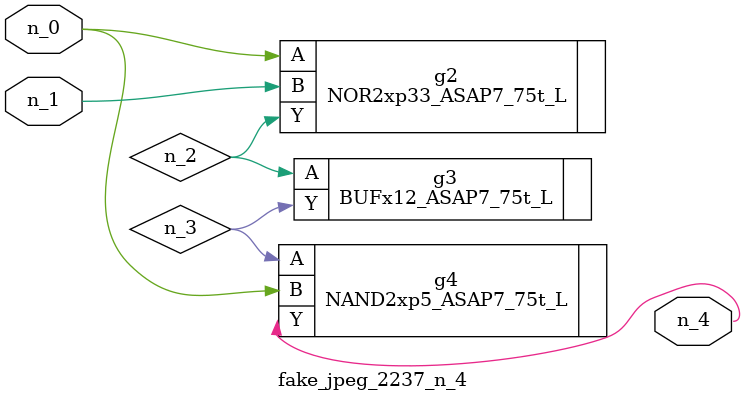
<source format=v>
module fake_jpeg_2237_n_4 (n_0, n_1, n_4);

input n_0;
input n_1;

output n_4;

wire n_2;
wire n_3;

NOR2xp33_ASAP7_75t_L g2 ( 
.A(n_0),
.B(n_1),
.Y(n_2)
);

BUFx12_ASAP7_75t_L g3 ( 
.A(n_2),
.Y(n_3)
);

NAND2xp5_ASAP7_75t_L g4 ( 
.A(n_3),
.B(n_0),
.Y(n_4)
);


endmodule
</source>
